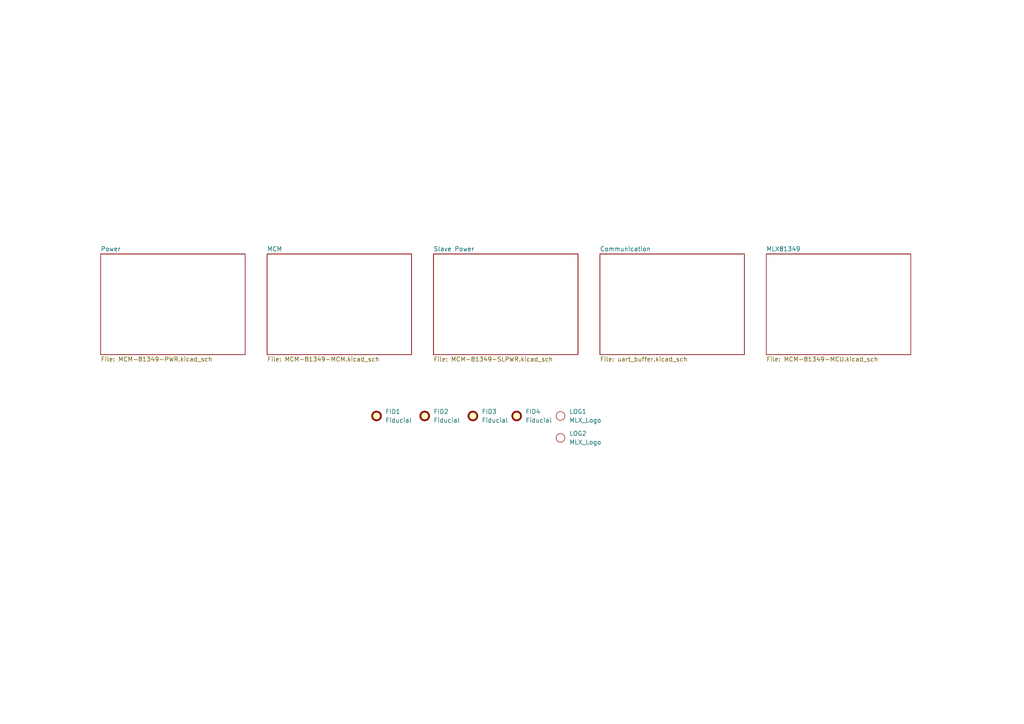
<source format=kicad_sch>
(kicad_sch (version 20250114) (generator "eeschema") (generator_version "9.0")
  (paper "A4")
  (lib_symbols
    (symbol "Mechanical:Fiducial" (in_bom no)
      (property "Reference" "FID" (at 0 5.08 0))
      (property "Value" "Fiducial" (at 0 3.175 0))
      (symbol "Fiducial_0_1"
        (circle (center 0 0) (radius 1.27) (stroke (width 0.508)) (fill (type background)))
      )
    )
    (symbol "Melexis:MLX_Logo"
      (property "Reference" "LOG" (at 0 5.08 0))
      (property "Value" "MLX_Logo" (at 2.54 2.54 0))
      (symbol "MLX_Logo_0_1"
        (circle (center 0 0) (radius 1.27))
      )
    )
  )
  (symbol (lib_id "Mechanical:Fiducial") (at 137.16 120.65 0) (unit 1)
    (property "Reference" "FID3" (at 139.7 119.3799 0) (effects (justify left)))
    (property "Value" "Fiducial" (at 139.7 121.9199 0) (effects (justify left)))
    (property "Footprint" "Fiducial:Fiducial_0.75mm_Mask1.5mm" (effects (hide yes)))
    (property "Description" "Fiducial Marker" (effects (hide yes)))
  )
  (symbol (lib_id "Melexis:MLX_Logo") (at 162.56 127 0) (unit 1)
    (property "Reference" "LOG2" (at 165.1 125.7299 0) (effects (justify left)))
    (property "Value" "MLX_Logo" (at 165.1 128.2699 0) (effects (justify left)))
    (property "Footprint" "Melexis:LOGO" (effects (hide yes)))
  )
  (symbol (lib_id "Mechanical:Fiducial") (at 123.19 120.65 0) (unit 1)
    (property "Reference" "FID2" (at 125.73 119.3799 0) (effects (justify left)))
    (property "Value" "Fiducial" (at 125.73 121.9199 0) (effects (justify left)))
    (property "Footprint" "Fiducial:Fiducial_0.75mm_Mask1.5mm" (effects (hide yes)))
    (property "Description" "Fiducial Marker" (effects (hide yes)))
  )
  (symbol (lib_id "Mechanical:Fiducial") (at 109.22 120.65 0) (unit 1)
    (property "Reference" "FID1" (at 111.76 119.3799 0) (effects (justify left)))
    (property "Value" "Fiducial" (at 111.76 121.9199 0) (effects (justify left)))
    (property "Footprint" "Fiducial:Fiducial_0.75mm_Mask1.5mm" (effects (hide yes)))
    (property "Description" "Fiducial Marker" (effects (hide yes)))
  )
  (symbol (lib_id "Mechanical:Fiducial") (at 149.86 120.65 0) (unit 1)
    (property "Reference" "FID4" (at 152.4 119.3799 0) (effects (justify left)))
    (property "Value" "Fiducial" (at 152.4 121.9199 0) (effects (justify left)))
    (property "Footprint" "Fiducial:Fiducial_0.75mm_Mask1.5mm" (effects (hide yes)))
    (property "Description" "Fiducial Marker" (effects (hide yes)))
  )
  (symbol (lib_id "Melexis:MLX_Logo") (at 162.56 120.65 0) (unit 1)
    (property "Reference" "LOG1" (at 165.1 119.3799 0) (effects (justify left)))
    (property "Value" "MLX_Logo" (at 165.1 121.9199 0) (effects (justify left)))
    (property "Footprint" "Melexis:LOGO-SILK" (effects (hide yes)))
  )
  (sheet (at 125.73 73.66) (size 41.91 29.21) (stroke (width 0.1524))
    (property "Sheetname" "Slave Power" (at 125.73 72.9484 0) (effects (justify left bottom)))
    (property "Sheetfile" "MCM-81349-SLPWR.kicad_sch" (at 125.73 103.4546 0) (effects (justify left top)))
  )
  (sheet (at 29.21 73.66) (size 41.91 29.21) (stroke (width 0.1524))
    (property "Sheetname" "Power" (at 29.21 72.9484 0) (effects (justify left bottom)))
    (property "Sheetfile" "MCM-81349-PWR.kicad_sch" (at 29.21 103.4546 0) (effects (justify left top)))
  )
  (sheet (at 173.99 73.66) (size 41.91 29.21) (stroke (width 0.1524))
    (property "Sheetname" "Communication" (at 173.99 72.9484 0) (effects (justify left bottom)))
    (property "Sheetfile" "uart_buffer.kicad_sch" (at 173.99 103.4546 0) (effects (justify left top)))
  )
  (sheet (at 222.25 73.66) (size 41.91 29.21) (stroke (width 0.1524))
    (property "Sheetname" "MLX81349" (at 222.25 72.9484 0) (effects (justify left bottom)))
    (property "Sheetfile" "MCM-81349-MCU.kicad_sch" (at 222.25 103.4546 0) (effects (justify left top)))
  )
  (sheet (at 77.47 73.66) (size 41.91 29.21) (stroke (width 0.1524))
    (property "Sheetname" "MCM" (at 77.47 72.9484 0) (effects (justify left bottom)))
    (property "Sheetfile" "MCM-81349-MCM.kicad_sch" (at 77.47 103.4546 0) (effects (justify left top)))
  )
)
</source>
